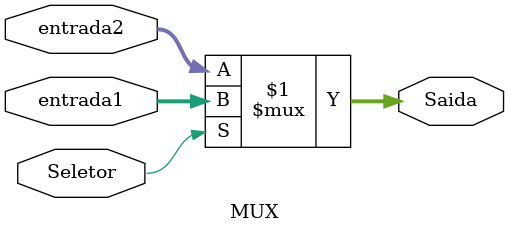
<source format=v>
module MUX (entrada1,entrada2,Seletor,Saida);

    //Declaração das entradas de 32 bits
    input wire [31:0] entrada1, entrada2;
    input wire Seletor; //sinal seletor
    output [31:0] Saida; // saida 32-bit
    assign Saida = Seletor ? entrada1 : entrada2;
endmodule
</source>
